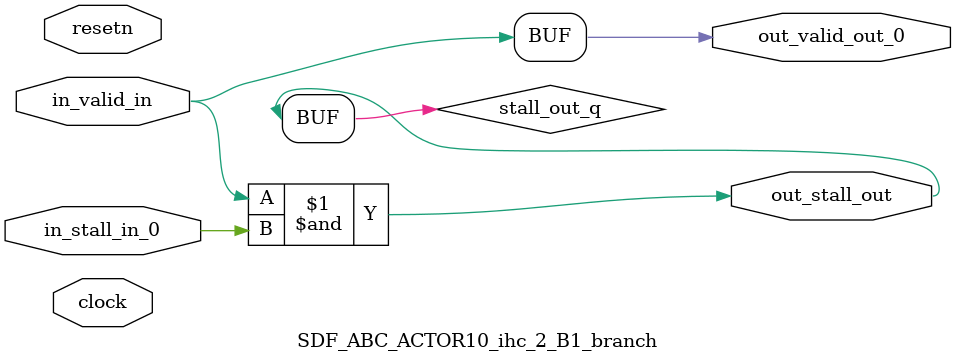
<source format=sv>



(* altera_attribute = "-name AUTO_SHIFT_REGISTER_RECOGNITION OFF; -name MESSAGE_DISABLE 10036; -name MESSAGE_DISABLE 10037; -name MESSAGE_DISABLE 14130; -name MESSAGE_DISABLE 14320; -name MESSAGE_DISABLE 15400; -name MESSAGE_DISABLE 14130; -name MESSAGE_DISABLE 10036; -name MESSAGE_DISABLE 12020; -name MESSAGE_DISABLE 12030; -name MESSAGE_DISABLE 12010; -name MESSAGE_DISABLE 12110; -name MESSAGE_DISABLE 14320; -name MESSAGE_DISABLE 13410; -name MESSAGE_DISABLE 113007; -name MESSAGE_DISABLE 10958" *)
module SDF_ABC_ACTOR10_ihc_2_B1_branch (
    input wire [0:0] in_stall_in_0,
    input wire [0:0] in_valid_in,
    output wire [0:0] out_stall_out,
    output wire [0:0] out_valid_out_0,
    input wire clock,
    input wire resetn
    );

    wire [0:0] stall_out_q;


    // stall_out(LOGICAL,6)
    assign stall_out_q = in_valid_in & in_stall_in_0;

    // out_stall_out(GPOUT,4)
    assign out_stall_out = stall_out_q;

    // out_valid_out_0(GPOUT,5)
    assign out_valid_out_0 = in_valid_in;

endmodule

</source>
